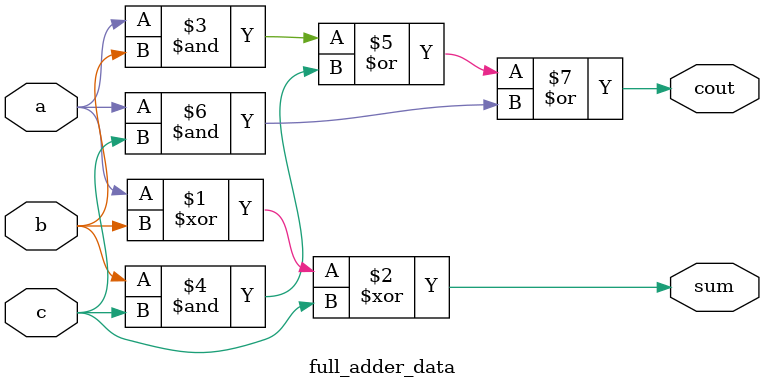
<source format=v>
module full_adder_data (
    a,b,c,sum,cout
);

    input a,b,c;
    output sum,cout;

    assign sum = (a^b^c);
    assign cout = (a&b)|(b&c)|(a&c);
    
    initial begin
        $dumpfile ("full_adder_data.vcd");
        $dumpvars (0, full_adder_data);
        #1;
    end
endmodule
</source>
